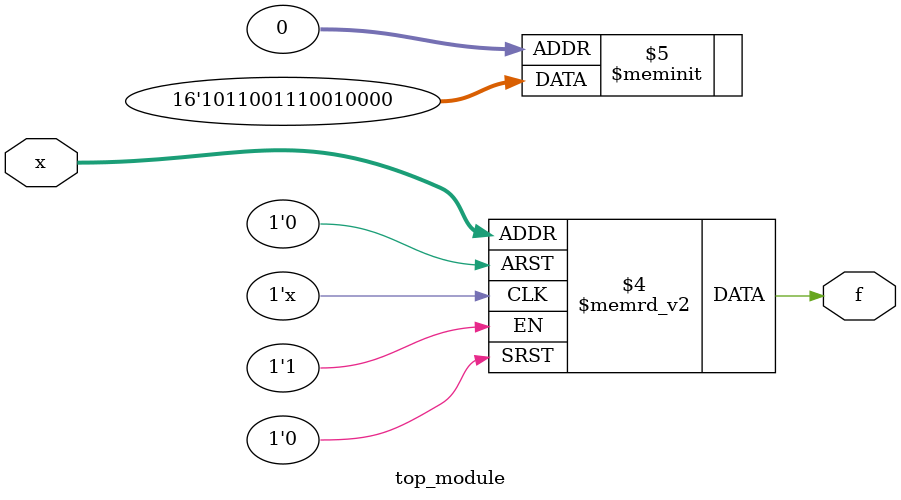
<source format=sv>
module top_module (
    input [4:1] x,
    output logic f
);

    always_comb begin
        case (x)
            4'b0100, 4'b0111, 4'b1111: f = 1'b1;  // 01: 1
            4'b1000, 4'b1001, 4'b1100, 4'b1101: f = 1'b1;  // 10: 1, 11: 1
            4'b1010, 4'b1011: f = 1'b0;  // 10: 0
            4'b0001, 4'b0110, 4'b1001, 4'b0110: f = 1'b0; // Other 0s
            4'b0101, 4'b0011, 4'b0000: f = 1'b0;
            default: f = 1'b0; // Other values based on the map// Treat don't-cares
        endcase
    end

endmodule

</source>
